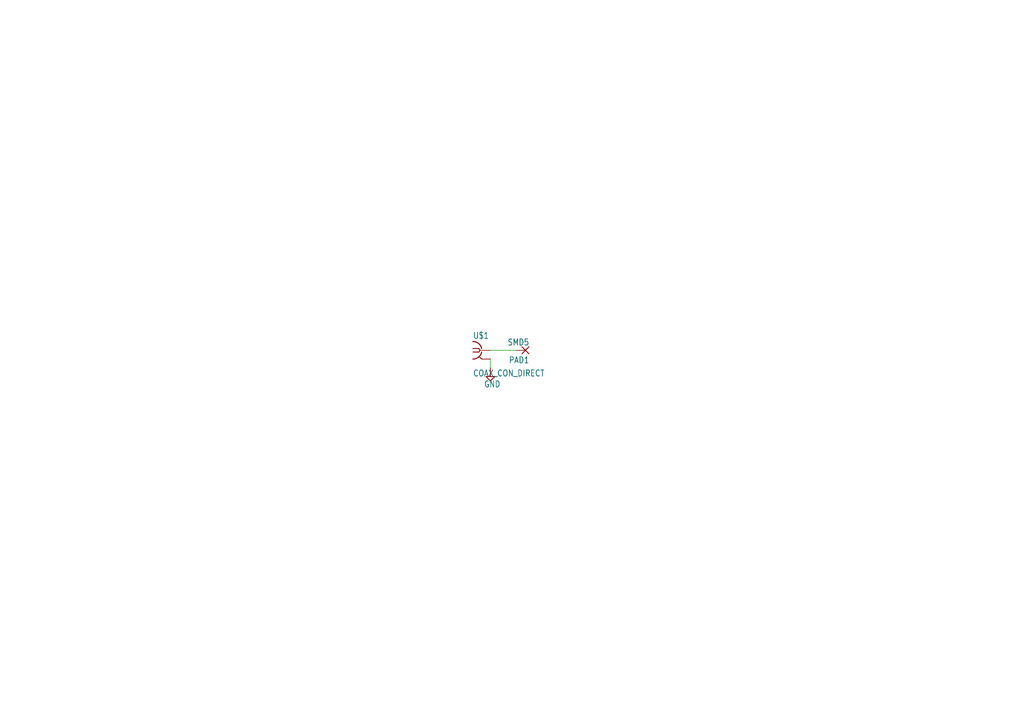
<source format=kicad_sch>
(kicad_sch
	(version 20231120)
	(generator "eeschema")
	(generator_version "8.0")
	(uuid "cff27fd0-3afd-457a-8d1d-107a0a3dc20a")
	(paper "A4")
	(lib_symbols
		(symbol "50Ohm-eagle-import:COAX_CON_DIRECT"
			(exclude_from_sim no)
			(in_bom yes)
			(on_board yes)
			(property "Reference" ""
				(at -2.54 3.302 0)
				(effects
					(font
						(size 1.778 1.5113)
					)
					(justify left bottom)
					(hide yes)
				)
			)
			(property "Value" ""
				(at -2.54 -7.62 0)
				(effects
					(font
						(size 1.778 1.5113)
					)
					(justify left bottom)
				)
			)
			(property "Footprint" "50Ohm:COAX.141"
				(at 0 0 0)
				(effects
					(font
						(size 1.27 1.27)
					)
					(hide yes)
				)
			)
			(property "Datasheet" ""
				(at 0 0 0)
				(effects
					(font
						(size 1.27 1.27)
					)
					(hide yes)
				)
			)
			(property "Description" "Direct Coax to Bord Top"
				(at 0 0 0)
				(effects
					(font
						(size 1.27 1.27)
					)
					(hide yes)
				)
			)
			(property "ki_locked" ""
				(at 0 0 0)
				(effects
					(font
						(size 1.27 1.27)
					)
				)
			)
			(symbol "COAX_CON_DIRECT_1_0"
				(arc
					(start -2.54 -2.54)
					(mid -0.9022 -1.9838)
					(end 0 -0.508)
					(stroke
						(width 0.3048)
						(type solid)
					)
					(fill
						(type none)
					)
				)
				(polyline
					(pts
						(xy -2.54 0.508) (xy -0.762 0.508)
					)
					(stroke
						(width 0.254)
						(type solid)
					)
					(fill
						(type none)
					)
				)
				(polyline
					(pts
						(xy -0.762 -0.508) (xy -2.54 -0.508)
					)
					(stroke
						(width 0.254)
						(type solid)
					)
					(fill
						(type none)
					)
				)
				(polyline
					(pts
						(xy -0.762 0.508) (xy -0.508 0)
					)
					(stroke
						(width 0.254)
						(type solid)
					)
					(fill
						(type none)
					)
				)
				(polyline
					(pts
						(xy -0.508 0) (xy -0.762 -0.508)
					)
					(stroke
						(width 0.254)
						(type solid)
					)
					(fill
						(type none)
					)
				)
				(polyline
					(pts
						(xy 0 -2.54) (xy -0.762 -1.778)
					)
					(stroke
						(width 0.254)
						(type solid)
					)
					(fill
						(type none)
					)
				)
				(polyline
					(pts
						(xy 0 0) (xy -0.508 0)
					)
					(stroke
						(width 0.1524)
						(type solid)
					)
					(fill
						(type none)
					)
				)
				(arc
					(start 0 0.508)
					(mid -0.9022 1.9838)
					(end -2.54 2.54)
					(stroke
						(width 0.3048)
						(type solid)
					)
					(fill
						(type none)
					)
				)
				(pin passive line
					(at 2.54 0 180)
					(length 2.54)
					(name "1"
						(effects
							(font
								(size 0 0)
							)
						)
					)
					(number "P$1"
						(effects
							(font
								(size 0 0)
							)
						)
					)
				)
				(pin passive line
					(at 2.54 -2.54 180)
					(length 2.54)
					(name "GND@1"
						(effects
							(font
								(size 0 0)
							)
						)
					)
					(number "P$2"
						(effects
							(font
								(size 0 0)
							)
						)
					)
				)
			)
		)
		(symbol "50Ohm-eagle-import:GND"
			(power)
			(exclude_from_sim no)
			(in_bom yes)
			(on_board yes)
			(property "Reference" "#SUPPLY"
				(at 0 0 0)
				(effects
					(font
						(size 1.27 1.27)
					)
					(hide yes)
				)
			)
			(property "Value" ""
				(at -1.905 -3.175 0)
				(effects
					(font
						(size 1.778 1.5113)
					)
					(justify left bottom)
				)
			)
			(property "Footprint" ""
				(at 0 0 0)
				(effects
					(font
						(size 1.27 1.27)
					)
					(hide yes)
				)
			)
			(property "Datasheet" ""
				(at 0 0 0)
				(effects
					(font
						(size 1.27 1.27)
					)
					(hide yes)
				)
			)
			(property "Description" "SUPPLY SYMBOL"
				(at 0 0 0)
				(effects
					(font
						(size 1.27 1.27)
					)
					(hide yes)
				)
			)
			(property "ki_locked" ""
				(at 0 0 0)
				(effects
					(font
						(size 1.27 1.27)
					)
				)
			)
			(symbol "GND_1_0"
				(polyline
					(pts
						(xy -1.27 0) (xy 1.27 0)
					)
					(stroke
						(width 0.254)
						(type solid)
					)
					(fill
						(type none)
					)
				)
				(polyline
					(pts
						(xy 0 -1.27) (xy -1.27 0)
					)
					(stroke
						(width 0.254)
						(type solid)
					)
					(fill
						(type none)
					)
				)
				(polyline
					(pts
						(xy 1.27 0) (xy 0 -1.27)
					)
					(stroke
						(width 0.254)
						(type solid)
					)
					(fill
						(type none)
					)
				)
				(pin power_in line
					(at 0 2.54 270)
					(length 2.54)
					(name "GND"
						(effects
							(font
								(size 0 0)
							)
						)
					)
					(number "1"
						(effects
							(font
								(size 0 0)
							)
						)
					)
				)
			)
		)
		(symbol "50Ohm-eagle-import:SMD5"
			(exclude_from_sim no)
			(in_bom yes)
			(on_board yes)
			(property "Reference" "PAD"
				(at -1.143 1.8542 0)
				(effects
					(font
						(size 1.778 1.5113)
					)
					(justify left bottom)
				)
			)
			(property "Value" ""
				(at -1.143 -3.302 0)
				(effects
					(font
						(size 1.778 1.5113)
					)
					(justify left bottom)
				)
			)
			(property "Footprint" "50Ohm:SMD2,54-5,08"
				(at 0 0 0)
				(effects
					(font
						(size 1.27 1.27)
					)
					(hide yes)
				)
			)
			(property "Datasheet" ""
				(at 0 0 0)
				(effects
					(font
						(size 1.27 1.27)
					)
					(hide yes)
				)
			)
			(property "Description" "SMD PAD"
				(at 0 0 0)
				(effects
					(font
						(size 1.27 1.27)
					)
					(hide yes)
				)
			)
			(property "ki_locked" ""
				(at 0 0 0)
				(effects
					(font
						(size 1.27 1.27)
					)
				)
			)
			(symbol "SMD5_1_0"
				(polyline
					(pts
						(xy -1.016 -1.016) (xy 1.016 1.016)
					)
					(stroke
						(width 0.254)
						(type solid)
					)
					(fill
						(type none)
					)
				)
				(polyline
					(pts
						(xy -1.016 1.016) (xy 1.016 -1.016)
					)
					(stroke
						(width 0.254)
						(type solid)
					)
					(fill
						(type none)
					)
				)
				(pin passive line
					(at 2.54 0 180)
					(length 2.54)
					(name "P"
						(effects
							(font
								(size 0 0)
							)
						)
					)
					(number "1"
						(effects
							(font
								(size 0 0)
							)
						)
					)
				)
			)
		)
	)
	(wire
		(pts
			(xy 142.24 104.14) (xy 142.24 106.68)
		)
		(stroke
			(width 0.1524)
			(type solid)
		)
		(uuid "6762ec1a-756a-4d47-844b-00f8edcd85c4")
	)
	(wire
		(pts
			(xy 142.24 101.6) (xy 149.86 101.6)
		)
		(stroke
			(width 0.1524)
			(type solid)
		)
		(uuid "b4638c32-9701-45ab-bb36-ca0f5aa9e74c")
	)
	(symbol
		(lib_id "50Ohm-eagle-import:SMD5")
		(at 152.4 101.6 180)
		(unit 1)
		(exclude_from_sim no)
		(in_bom yes)
		(on_board yes)
		(dnp no)
		(uuid "6cb68af7-a708-490e-8836-078d272e8e40")
		(property "Reference" "PAD1"
			(at 153.543 103.4542 0)
			(effects
				(font
					(size 1.778 1.5113)
				)
				(justify left bottom)
			)
		)
		(property "Value" "SMD5"
			(at 153.543 98.298 0)
			(effects
				(font
					(size 1.778 1.5113)
				)
				(justify left bottom)
			)
		)
		(property "Footprint" "50Ohm:SMD2,54-5,08"
			(at 152.4 101.6 0)
			(effects
				(font
					(size 1.27 1.27)
				)
				(hide yes)
			)
		)
		(property "Datasheet" ""
			(at 152.4 101.6 0)
			(effects
				(font
					(size 1.27 1.27)
				)
				(hide yes)
			)
		)
		(property "Description" ""
			(at 152.4 101.6 0)
			(effects
				(font
					(size 1.27 1.27)
				)
				(hide yes)
			)
		)
		(pin "1"
			(uuid "eca62ab3-a571-4764-b757-c428f3c2f172")
		)
		(instances
			(project ""
				(path "/cff27fd0-3afd-457a-8d1d-107a0a3dc20a"
					(reference "PAD1")
					(unit 1)
				)
			)
		)
	)
	(symbol
		(lib_id "50Ohm-eagle-import:COAX_CON_DIRECT")
		(at 139.7 101.6 0)
		(unit 1)
		(exclude_from_sim no)
		(in_bom yes)
		(on_board yes)
		(dnp no)
		(uuid "855eef48-9b34-4ec6-9f37-73a4e2e49528")
		(property "Reference" "U$1"
			(at 137.16 98.298 0)
			(effects
				(font
					(size 1.778 1.5113)
				)
				(justify left bottom)
			)
		)
		(property "Value" "COAX_CON_DIRECT"
			(at 137.16 109.22 0)
			(effects
				(font
					(size 1.778 1.5113)
				)
				(justify left bottom)
			)
		)
		(property "Footprint" "50Ohm:COAX.141"
			(at 139.7 101.6 0)
			(effects
				(font
					(size 1.27 1.27)
				)
				(hide yes)
			)
		)
		(property "Datasheet" ""
			(at 139.7 101.6 0)
			(effects
				(font
					(size 1.27 1.27)
				)
				(hide yes)
			)
		)
		(property "Description" ""
			(at 139.7 101.6 0)
			(effects
				(font
					(size 1.27 1.27)
				)
				(hide yes)
			)
		)
		(pin "P$1"
			(uuid "f9323829-bec9-4089-9c0f-6d97204da343")
		)
		(pin "P$2"
			(uuid "6b85ba40-a75e-4a08-a050-2191d0fcf1c8")
		)
		(instances
			(project ""
				(path "/cff27fd0-3afd-457a-8d1d-107a0a3dc20a"
					(reference "U$1")
					(unit 1)
				)
			)
		)
	)
	(symbol
		(lib_id "50Ohm-eagle-import:GND")
		(at 142.24 109.22 0)
		(unit 1)
		(exclude_from_sim no)
		(in_bom yes)
		(on_board yes)
		(dnp no)
		(uuid "a7113e1f-e2fb-4d79-81b9-c4d9392d5e3d")
		(property "Reference" "#SUPPLY1"
			(at 142.24 109.22 0)
			(effects
				(font
					(size 1.27 1.27)
				)
				(hide yes)
			)
		)
		(property "Value" "GND"
			(at 140.335 112.395 0)
			(effects
				(font
					(size 1.778 1.5113)
				)
				(justify left bottom)
			)
		)
		(property "Footprint" ""
			(at 142.24 109.22 0)
			(effects
				(font
					(size 1.27 1.27)
				)
				(hide yes)
			)
		)
		(property "Datasheet" ""
			(at 142.24 109.22 0)
			(effects
				(font
					(size 1.27 1.27)
				)
				(hide yes)
			)
		)
		(property "Description" ""
			(at 142.24 109.22 0)
			(effects
				(font
					(size 1.27 1.27)
				)
				(hide yes)
			)
		)
		(pin "1"
			(uuid "1b2589a0-8290-4aa6-b533-dcd36fe44e60")
		)
		(instances
			(project ""
				(path "/cff27fd0-3afd-457a-8d1d-107a0a3dc20a"
					(reference "#SUPPLY1")
					(unit 1)
				)
			)
		)
	)
	(sheet_instances
		(path "/"
			(page "1")
		)
	)
)

</source>
